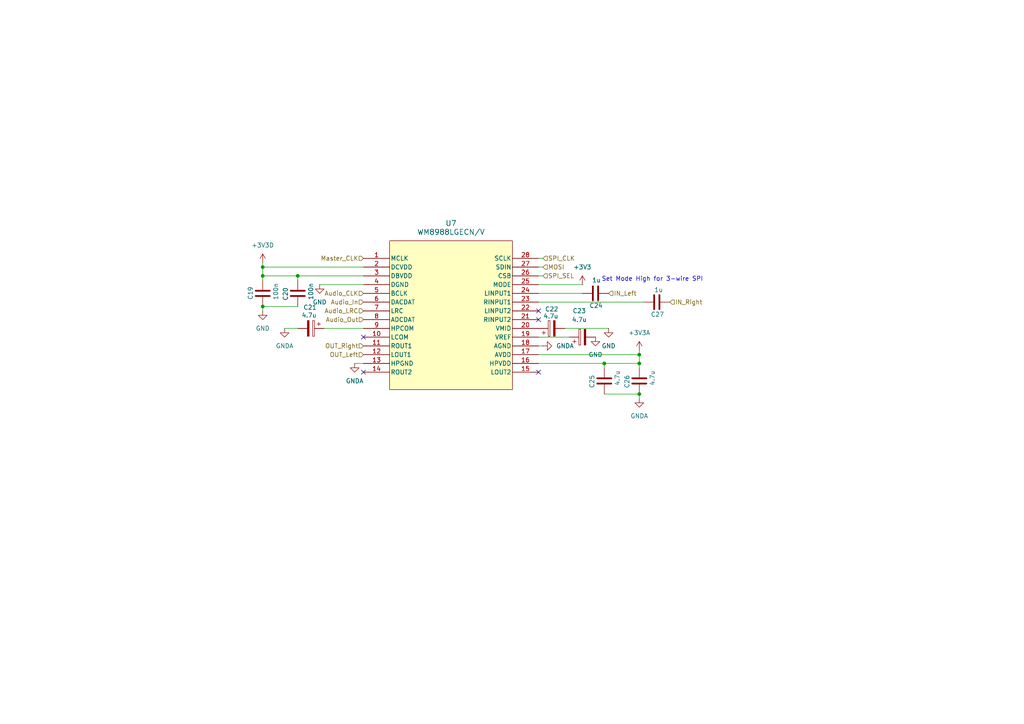
<source format=kicad_sch>
(kicad_sch (version 20250114) (generator "eeschema") (generator_version "9.0")
  (paper "A4")
  (lib_symbols
    (symbol "2025-10-27_07-11-20:WM8988LGECN_V" (pin_names (offset 0.254))
      (property "Reference" "U2" (at 25.4 10.16 0))
      (property "Value" "WM8988LGECN/V" (at 25.4 7.62 0))
      (symbol "WM8988LGECN_V_0_1"
        (polyline (pts (xy 7.62 5.08) (xy 7.62 -38.1)) (stroke (width 0.127)))
        (polyline (pts (xy 7.62 -38.1) (xy 43.18 -38.1)) (stroke (width 0.127)))
        (polyline (pts (xy 43.18 5.08) (xy 7.62 5.08)) (stroke (width 0.127)))
        (polyline (pts (xy 43.18 -38.1) (xy 43.18 5.08)) (stroke (width 0.127)))
        (pin unspecified line (at 0 0 0) (length 7.62) (name "MCLK") (number "1"))
        (pin power_in line (at 0 -2.54 0) (length 7.62) (name "DCVDD") (number "2"))
        (pin power_in line (at 0 -5.08 0) (length 7.62) (name "DBVDD") (number "3"))
        (pin power_out line (at 0 -7.62 0) (length 7.62) (name "DGND") (number "4"))
        (pin unspecified line (at 0 -10.16 0) (length 7.62) (name "BCLK") (number "5"))
        (pin unspecified line (at 0 -12.7 0) (length 7.62) (name "DACDAT") (number "6"))
        (pin unspecified line (at 0 -15.24 0) (length 7.62) (name "LRC") (number "7"))
        (pin unspecified line (at 0 -17.78 0) (length 7.62) (name "ADCDAT") (number "8"))
        (pin unspecified line (at 0 -20.32 0) (length 7.62) (name "HPCOM") (number "9"))
        (pin unspecified line (at 0 -22.86 0) (length 7.62) (name "LCOM") (number "10"))
        (pin output line (at 0 -25.4 0) (length 7.62) (name "ROUT1") (number "11"))
        (pin output line (at 0 -27.94 0) (length 7.62) (name "LOUT1") (number "12"))
        (pin power_out line (at 0 -30.48 0) (length 7.62) (name "HPGND") (number "13"))
        (pin output line (at 0 -33.02 0) (length 7.62) (name "ROUT2") (number "14"))
        (pin unspecified line (at 50.8 0 180) (length 7.62) (name "SCLK") (number "28"))
        (pin unspecified line (at 50.8 -2.54 180) (length 7.62) (name "SDIN") (number "27"))
        (pin unspecified line (at 50.8 -5.08 180) (length 7.62) (name "CSB") (number "26"))
        (pin unspecified line (at 50.8 -7.62 180) (length 7.62) (name "MODE") (number "25"))
        (pin bidirectional line (at 50.8 -10.16 180) (length 7.62) (name "LINPUT1") (number "24"))
        (pin bidirectional line (at 50.8 -12.7 180) (length 7.62) (name "RINPUT1") (number "23"))
        (pin bidirectional line (at 50.8 -15.24 180) (length 7.62) (name "LINPUT2") (number "22"))
        (pin bidirectional line (at 50.8 -17.78 180) (length 7.62) (name "RINPUT2") (number "21"))
        (pin unspecified line (at 50.8 -20.32 180) (length 7.62) (name "VMID") (number "20"))
        (pin power_in line (at 50.8 -22.86 180) (length 7.62) (name "VREF") (number "19"))
        (pin power_out line (at 50.8 -25.4 180) (length 7.62) (name "AGND") (number "18"))
        (pin power_in line (at 50.8 -27.94 180) (length 7.62) (name "AVDD") (number "17"))
        (pin power_in line (at 50.8 -30.48 180) (length 7.62) (name "HPVDD") (number "16"))
        (pin output line (at 50.8 -33.02 180) (length 7.62) (name "LOUT2") (number "15"))
      )
      (symbol "WM8988LGECN_V_1_1"
        (rectangle (start 7.62 5.08) (end 43.18 -38.1) (fill (type color) (color 255 255 194 1)))
      )
    )
    (symbol "Device:C" (pin_numbers (hide yes)) (pin_names (offset 0.254))
      (property "Reference" "C" (at 0.635 2.54 0))
      (property "Value" "C" (at 0.635 -2.54 0))
      (symbol "C_0_1"
        (polyline (pts (xy -2.032 0.762) (xy 2.032 0.762)) (stroke (width 0.508)))
        (polyline (pts (xy -2.032 -0.762) (xy 2.032 -0.762)) (stroke (width 0.508)))
      )
      (symbol "C_1_1"
        (pin passive line (at 0 3.81 270) (length 2.794) (name "~") (number "1"))
        (pin passive line (at 0 -3.81 90) (length 2.794) (name "~") (number "2"))
      )
    )
    (symbol "Device:C_Polarized" (pin_numbers (hide yes)) (pin_names (offset 0.254))
      (property "Reference" "C" (at 0.635 2.54 0))
      (property "Value" "C_Polarized" (at 0.635 -2.54 0))
      (symbol "C_Polarized_0_1"
        (rectangle (start -2.286 0.508) (end 2.286 1.016))
        (polyline (pts (xy -1.778 2.286) (xy -0.762 2.286)))
        (polyline (pts (xy -1.27 2.794) (xy -1.27 1.778)))
        (rectangle (start 2.286 -0.508) (end -2.286 -1.016) (fill (type outline)))
      )
      (symbol "C_Polarized_1_1"
        (pin passive line (at 0 3.81 270) (length 2.794) (name "~") (number "1"))
        (pin passive line (at 0 -3.81 90) (length 2.794) (name "~") (number "2"))
      )
    )
    (symbol "power:+3V3" (power) (pin_numbers (hide yes)) (pin_names (offset 0) (hide yes))
      (property "Value" "+3V3" (at 0 3.556 0))
      (symbol "+3V3_0_1"
        (polyline (pts (xy -0.762 1.27) (xy 0 2.54)))
        (polyline (pts (xy 0 2.54) (xy 0.762 1.27)))
        (polyline (pts (xy 0 0) (xy 0 2.54)))
      )
      (symbol "+3V3_1_1"
        (pin power_in line (at 0 0 90) (length 0) (name "~") (number "1"))
      )
    )
    (symbol "power:GND" (power) (pin_numbers (hide yes)) (pin_names (offset 0) (hide yes))
      (property "Value" "GND" (at 0 -3.81 0))
      (symbol "GND_0_1"
        (polyline (pts (xy 0 0) (xy 0 -1.27) (xy 1.27 -1.27) (xy 0 -2.54) (xy -1.27 -1.27) (xy 0 -1.27)))
      )
      (symbol "GND_1_1"
        (pin power_in line (at 0 0 270) (length 0) (name "~") (number "1"))
      )
    )
    (symbol "power:GNDA" (power) (pin_numbers (hide yes)) (pin_names (offset 0) (hide yes))
      (property "Value" "GNDA" (at 0 -3.81 0))
      (symbol "GNDA_0_1"
        (polyline (pts (xy 0 0) (xy 0 -1.27) (xy 1.27 -1.27) (xy 0 -2.54) (xy -1.27 -1.27) (xy 0 -1.27)))
      )
      (symbol "GNDA_1_1"
        (pin power_in line (at 0 0 270) (length 0) (name "~") (number "1"))
      )
    )
  )
  (text "Set Mode High for 3-wire SPI" (at 189.23 81.026 0) (effects (font (size 1.27 1.27))))
  (junction (at 185.42 102.87))
  (junction (at 76.2 77.47))
  (junction (at 86.36 80.01))
  (junction (at 175.26 105.41))
  (junction (at 185.42 105.41))
  (junction (at 76.2 80.01))
  (junction (at 185.42 114.3))
  (junction (at 76.2 88.9))
  (no_connect (at 156.21 90.17))
  (no_connect (at 105.41 97.79))
  (no_connect (at 156.21 92.71))
  (no_connect (at 156.21 107.95))
  (no_connect (at 105.41 107.95))
  (wire (pts (xy 185.42 102.87) (xy 156.21 102.87)))
  (wire (pts (xy 157.48 77.47) (xy 156.21 77.47)))
  (wire (pts (xy 175.26 105.41) (xy 156.21 105.41)))
  (wire (pts (xy 76.2 77.47) (xy 105.41 77.47)))
  (wire (pts (xy 102.87 105.41) (xy 105.41 105.41)))
  (wire (pts (xy 175.26 106.68) (xy 175.26 105.41)))
  (wire (pts (xy 76.2 90.17) (xy 76.2 88.9)))
  (wire (pts (xy 156.21 82.55) (xy 168.91 82.55)))
  (wire (pts (xy 86.36 80.01) (xy 105.41 80.01)))
  (wire (pts (xy 176.53 95.25) (xy 163.83 95.25)))
  (wire (pts (xy 185.42 105.41) (xy 185.42 102.87)))
  (wire (pts (xy 76.2 76.2) (xy 76.2 77.47)))
  (wire (pts (xy 93.98 95.25) (xy 105.41 95.25)))
  (wire (pts (xy 76.2 80.01) (xy 86.36 80.01)))
  (wire (pts (xy 185.42 115.57) (xy 185.42 114.3)))
  (wire (pts (xy 82.55 95.25) (xy 86.36 95.25)))
  (wire (pts (xy 156.21 87.63) (xy 186.69 87.63)))
  (wire (pts (xy 156.21 85.09) (xy 168.91 85.09)))
  (wire (pts (xy 185.42 105.41) (xy 175.26 105.41)))
  (wire (pts (xy 156.21 97.79) (xy 165.1 97.79)))
  (wire (pts (xy 185.42 101.6) (xy 185.42 102.87)))
  (wire (pts (xy 76.2 81.28) (xy 76.2 80.01)))
  (wire (pts (xy 76.2 80.01) (xy 76.2 77.47)))
  (wire (pts (xy 185.42 114.3) (xy 175.26 114.3)))
  (wire (pts (xy 157.48 100.33) (xy 156.21 100.33)))
  (wire (pts (xy 185.42 106.68) (xy 185.42 105.41)))
  (wire (pts (xy 92.71 82.55) (xy 105.41 82.55)))
  (wire (pts (xy 157.48 74.93) (xy 156.21 74.93)))
  (wire (pts (xy 157.48 80.01) (xy 156.21 80.01)))
  (wire (pts (xy 76.2 88.9) (xy 86.36 88.9)))
  (wire (pts (xy 86.36 81.28) (xy 86.36 80.01)))
  (hierarchical_label "Audio_LRC" (shape input) (at 105.41 90.17 180))
  (hierarchical_label "IN_Left" (shape input) (at 176.53 85.09 0))
  (hierarchical_label "OUT_Right" (shape input) (at 105.41 100.33 180))
  (hierarchical_label "Audio_In" (shape input) (at 105.41 87.63 180))
  (hierarchical_label "Master_CLK" (shape input) (at 105.41 74.93 180))
  (hierarchical_label "SPI_SEL" (shape input) (at 157.48 80.01 0))
  (hierarchical_label "Audio_Out" (shape input) (at 105.41 92.71 180))
  (hierarchical_label "SPI_CLK" (shape input) (at 157.48 74.93 0))
  (hierarchical_label "IN_Right" (shape input) (at 194.31 87.63 0))
  (hierarchical_label "OUT_Left" (shape input) (at 105.41 102.87 180))
  (hierarchical_label "Audio_CLK" (shape input) (at 105.41 85.09 180))
  (hierarchical_label "MOSI" (shape input) (at 157.48 77.47 0))
  (symbol (lib_id "Device:C_Polarized") (at 160.02 95.25 90) (unit 1)
    (property "Reference" "C22" (at 160.02 89.662 90))
    (property "Value" "4.7u" (at 159.766 91.694 90))
    (property "Footprint" "Capacitor_SMD:CP_Elec_5x4.5" (effects (hide yes)))
    (property "Description" "Polarized capacitor" (effects (hide yes)))
    (property "LCSC" "C22383606" (effects (hide yes)))
    (instances (project "head_amp" (path "" (reference "C22") (unit 1)) (path "" (reference "C31") (unit 1))))
  )
  (symbol (lib_id "power:GNDA") (at 102.87 105.41 0) (unit 1)
    (property "Reference" "#PWR042" (effects (hide yes)))
    (property "Value" "GNDA" (at 102.87 110.49 0))
    (property "Description" "Power symbol creates a global label with name \"GNDA\" , analog ground" (effects (hide yes)))
    (instances (project "head_amp" (path "" (reference "#PWR042") (unit 1)) (path "" (reference "#PWR053") (unit 1))))
  )
  (symbol (lib_id "power:GNDA") (at 157.48 100.33 90) (unit 1)
    (property "Reference" "#PWR043" (effects (hide yes)))
    (property "Value" "GNDA" (at 161.29 100.3299 90) (effects (justify right)))
    (property "Description" "Power symbol creates a global label with name \"GNDA\" , analog ground" (effects (hide yes)))
    (instances (project "head_amp" (path "" (reference "#PWR043") (unit 1)) (path "" (reference "#PWR054") (unit 1))))
  )
  (symbol (lib_id "Device:C") (at 185.42 110.49 180) (unit 1)
    (property "Reference" "C26" (at 181.864 108.712 90) (effects (justify left)))
    (property "Value" "4.7u" (at 189.23 107.442 90) (effects (justify left)))
    (property "Footprint" "Capacitor_SMD:C_0603_1608Metric" (effects (hide yes)))
    (property "Description" "Unpolarized capacitor" (effects (hide yes)))
    (instances (project "head_amp" (path "" (reference "C26") (unit 1)) (path "" (reference "C35") (unit 1))))
  )
  (symbol (lib_id "Device:C") (at 175.26 110.49 180) (unit 1)
    (property "Reference" "C25" (at 171.704 108.712 90) (effects (justify left)))
    (property "Value" "4.7u" (at 179.07 107.442 90) (effects (justify left)))
    (property "Footprint" "Capacitor_SMD:C_0603_1608Metric" (effects (hide yes)))
    (property "Description" "Unpolarized capacitor" (effects (hide yes)))
    (instances (project "head_amp" (path "" (reference "C25") (unit 1)) (path "" (reference "C34") (unit 1))))
  )
  (symbol (lib_id "power:+3V3") (at 76.2 76.2 0) (unit 1)
    (property "Reference" "#PWR038" (effects (hide yes)))
    (property "Value" "+3V3D" (at 76.2 71.12 0))
    (property "Description" "Power symbol creates a global label with name \"+3V3\"" (effects (hide yes)))
    (instances (project "head_amp" (path "" (reference "#PWR038") (unit 1)) (path "" (reference "#PWR049") (unit 1))))
  )
  (symbol (lib_id "Device:C") (at 190.5 87.63 270) (unit 1)
    (property "Reference" "C27" (at 188.722 91.186 90) (effects (justify left)))
    (property "Value" "1u" (at 189.738 84.074 90) (effects (justify left)))
    (property "Footprint" "Capacitor_SMD:C_0603_1608Metric" (effects (hide yes)))
    (property "Description" "Unpolarized capacitor" (effects (hide yes)))
    (instances (project "head_amp" (path "" (reference "C27") (unit 1)) (path "" (reference "C36") (unit 1))))
  )
  (symbol (lib_id "Device:C") (at 172.72 85.09 270) (unit 1)
    (property "Reference" "C24" (at 170.942 88.646 90) (effects (justify left)))
    (property "Value" "1u" (at 171.704 81.28 90) (effects (justify left)))
    (property "Footprint" "Capacitor_SMD:C_0603_1608Metric" (effects (hide yes)))
    (property "Description" "Unpolarized capacitor" (effects (hide yes)))
    (instances (project "head_amp" (path "" (reference "C24") (unit 1)) (path "" (reference "C33") (unit 1))))
  )
  (symbol (lib_id "power:+3V3") (at 185.42 101.6 0) (mirror y) (unit 1)
    (property "Reference" "#PWR047" (effects (hide yes)))
    (property "Value" "+3V3A" (at 185.42 96.52 0))
    (property "Description" "Power symbol creates a global label with name \"+3V3\"" (effects (hide yes)))
    (instances (project "head_amp" (path "" (reference "#PWR047") (unit 1)) (path "" (reference "#PWR058") (unit 1))))
  )
  (symbol (lib_id "power:GNDA") (at 185.42 115.57 0) (unit 1)
    (property "Reference" "#PWR048" (effects (hide yes)))
    (property "Value" "GNDA" (at 185.42 120.65 0))
    (property "Description" "Power symbol creates a global label with name \"GNDA\" , analog ground" (effects (hide yes)))
    (instances (project "head_amp" (path "" (reference "#PWR048") (unit 1)) (path "" (reference "#PWR059") (unit 1))))
  )
  (symbol (lib_id "power:GND") (at 76.2 90.17 0) (unit 1)
    (property "Reference" "#PWR039" (effects (hide yes)))
    (property "Value" "GND" (at 76.2 95.25 0))
    (property "Description" "Power symbol creates a global label with name \"GND\" , ground" (effects (hide yes)))
    (instances (project "head_amp" (path "" (reference "#PWR039") (unit 1)) (path "" (reference "#PWR050") (unit 1))))
  )
  (symbol (lib_id "Device:C_Polarized") (at 168.91 97.79 90) (unit 1)
    (property "Reference" "C23" (at 168.021 90.17 90))
    (property "Value" "4.7u" (at 168.021 92.71 90))
    (property "Footprint" "Capacitor_SMD:CP_Elec_5x4.5" (effects (hide yes)))
    (property "Description" "Polarized capacitor" (effects (hide yes)))
    (property "LCSC" "C22383606" (effects (hide yes)))
    (instances (project "head_amp" (path "" (reference "C23") (unit 1)) (path "" (reference "C32") (unit 1))))
  )
  (symbol (lib_id "2025-10-27_07-11-20:WM8988LGECN_V") (at 105.41 74.93 0) (unit 1)
    (property "Reference" "U7" (at 130.81 64.77 0) (effects (font (size 1.524 1.524))))
    (property "Value" "WM8988LGECN/V" (at 130.81 67.31 0) (effects (font (size 1.524 1.524))))
    (property "Footprint" "footprints:QFN28_4X4_CIR-M" (effects (hide yes)))
    (property "Datasheet" "WM8988LGECN/V" (effects (hide yes)))
    (property "LCSC" "C323851" (effects (hide yes)))
    (instances (project "head_amp" (path "" (reference "U7") (unit 1)) (path "" (reference "U8") (unit 1))))
  )
  (symbol (lib_id "power:GND") (at 172.72 97.79 0) (mirror y) (unit 1)
    (property "Reference" "#PWR045" (effects (hide yes)))
    (property "Value" "GND" (at 172.72 102.87 0))
    (property "Description" "Power symbol creates a global label with name \"GND\" , ground" (effects (hide yes)))
    (instances (project "head_amp" (path "" (reference "#PWR045") (unit 1)) (path "" (reference "#PWR056") (unit 1))))
  )
  (symbol (lib_id "Device:C_Polarized") (at 90.17 95.25 270) (unit 1)
    (property "Reference" "C21" (at 89.916 89.154 90))
    (property "Value" "4.7u" (at 89.662 91.44 90))
    (property "Footprint" "Capacitor_SMD:CP_Elec_5x4.5" (effects (hide yes)))
    (property "Description" "Polarized capacitor" (effects (hide yes)))
    (property "LCSC" "C22383606" (effects (hide yes)))
    (instances (project "head_amp" (path "" (reference "C21") (unit 1)) (path "" (reference "C30") (unit 1))))
  )
  (symbol (lib_id "power:GNDA") (at 82.55 95.25 0) (unit 1)
    (property "Reference" "#PWR040" (effects (hide yes)))
    (property "Value" "GNDA" (at 82.55 100.33 0))
    (property "Description" "Power symbol creates a global label with name \"GNDA\" , analog ground" (effects (hide yes)))
    (instances (project "head_amp" (path "" (reference "#PWR040") (unit 1)) (path "" (reference "#PWR051") (unit 1))))
  )
  (symbol (lib_id "power:GND") (at 176.53 95.25 0) (mirror y) (unit 1)
    (property "Reference" "#PWR046" (effects (hide yes)))
    (property "Value" "GND" (at 176.53 100.33 0))
    (property "Description" "Power symbol creates a global label with name \"GND\" , ground" (effects (hide yes)))
    (instances (project "head_amp" (path "" (reference "#PWR046") (unit 1)) (path "" (reference "#PWR057") (unit 1))))
  )
  (symbol (lib_id "power:+3V3") (at 168.91 82.55 0) (unit 1)
    (property "Reference" "#PWR044" (effects (hide yes)))
    (property "Value" "+3V3" (at 168.91 77.47 0))
    (property "Description" "Power symbol creates a global label with name \"+3V3\"" (effects (hide yes)))
    (instances (project "head_amp" (path "" (reference "#PWR044") (unit 1)) (path "" (reference "#PWR055") (unit 1))))
  )
  (symbol (lib_id "Device:C") (at 86.36 85.09 180) (unit 1)
    (property "Reference" "C20" (at 82.804 83.312 90) (effects (justify left)))
    (property "Value" "100n" (at 90.17 82.042 90) (effects (justify left)))
    (property "Footprint" "Capacitor_SMD:C_0603_1608Metric" (effects (hide yes)))
    (property "Description" "Unpolarized capacitor" (effects (hide yes)))
    (instances (project "head_amp" (path "" (reference "C20") (unit 1)) (path "" (reference "C29") (unit 1))))
  )
  (symbol (lib_id "Device:C") (at 76.2 85.09 180) (unit 1)
    (property "Reference" "C19" (at 72.644 83.058 90) (effects (justify left)))
    (property "Value" "100n" (at 80.01 82.042 90) (effects (justify left)))
    (property "Footprint" "Capacitor_SMD:C_0603_1608Metric" (effects (hide yes)))
    (property "Description" "Unpolarized capacitor" (effects (hide yes)))
    (instances (project "head_amp" (path "" (reference "C19") (unit 1)) (path "" (reference "C28") (unit 1))))
  )
  (symbol (lib_id "power:GND") (at 92.71 82.55 0) (mirror y) (unit 1)
    (property "Reference" "#PWR041" (effects (hide yes)))
    (property "Value" "GND" (at 92.71 87.63 0))
    (property "Description" "Power symbol creates a global label with name \"GND\" , ground" (effects (hide yes)))
    (instances (project "head_amp" (path "" (reference "#PWR041") (unit 1)) (path "" (reference "#PWR052") (unit 1))))
  )
)
</source>
